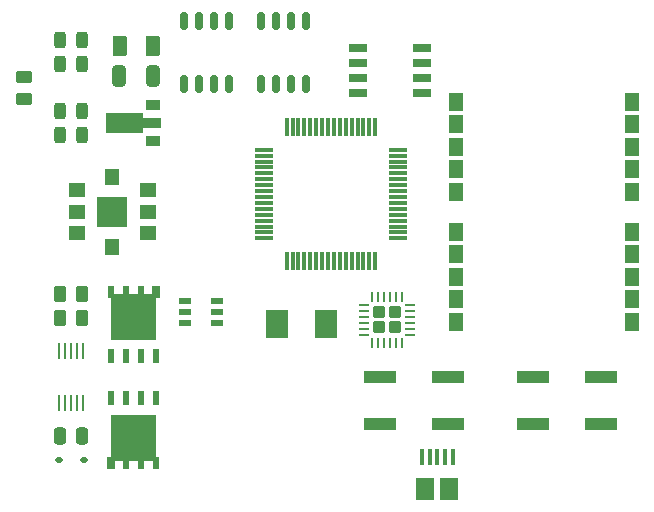
<source format=gtp>
%TF.GenerationSoftware,KiCad,Pcbnew,7.0.2*%
%TF.CreationDate,2023-11-21T14:40:01-06:00*%
%TF.ProjectId,LeaderSOM,4c656164-6572-4534-9f4d-2e6b69636164,rev?*%
%TF.SameCoordinates,Original*%
%TF.FileFunction,Paste,Top*%
%TF.FilePolarity,Positive*%
%FSLAX46Y46*%
G04 Gerber Fmt 4.6, Leading zero omitted, Abs format (unit mm)*
G04 Created by KiCad (PCBNEW 7.0.2) date 2023-11-21 14:40:01*
%MOMM*%
%LPD*%
G01*
G04 APERTURE LIST*
G04 Aperture macros list*
%AMRoundRect*
0 Rectangle with rounded corners*
0 $1 Rounding radius*
0 $2 $3 $4 $5 $6 $7 $8 $9 X,Y pos of 4 corners*
0 Add a 4 corners polygon primitive as box body*
4,1,4,$2,$3,$4,$5,$6,$7,$8,$9,$2,$3,0*
0 Add four circle primitives for the rounded corners*
1,1,$1+$1,$2,$3*
1,1,$1+$1,$4,$5*
1,1,$1+$1,$6,$7*
1,1,$1+$1,$8,$9*
0 Add four rect primitives between the rounded corners*
20,1,$1+$1,$2,$3,$4,$5,0*
20,1,$1+$1,$4,$5,$6,$7,0*
20,1,$1+$1,$6,$7,$8,$9,0*
20,1,$1+$1,$8,$9,$2,$3,0*%
%AMFreePoly0*
4,1,9,3.810000,0.150000,0.305000,0.150000,0.305000,-0.510000,-0.305000,-0.510000,-0.305000,0.510000,0.000000,0.510000,0.000000,4.060000,3.810000,4.060000,3.810000,0.150000,3.810000,0.150000,$1*%
%AMFreePoly1*
4,1,9,3.862500,-0.866500,0.737500,-0.866500,0.737500,-0.450000,-0.737500,-0.450000,-0.737500,0.450000,0.737500,0.450000,0.737500,0.866500,3.862500,0.866500,3.862500,-0.866500,3.862500,-0.866500,$1*%
G04 Aperture macros list end*
%ADD10RoundRect,0.150000X0.150000X-0.625000X0.150000X0.625000X-0.150000X0.625000X-0.150000X-0.625000X0*%
%ADD11R,0.279400X1.358900*%
%ADD12R,1.257300X1.549400*%
%ADD13R,1.350000X1.200000*%
%ADD14R,1.200000X1.350000*%
%ADD15R,2.600000X2.600000*%
%ADD16R,0.610000X1.270000*%
%ADD17FreePoly0,180.000000*%
%ADD18R,0.610000X1.020000*%
%ADD19R,2.750000X1.000000*%
%ADD20RoundRect,0.250000X0.275000X-0.275000X0.275000X0.275000X-0.275000X0.275000X-0.275000X-0.275000X0*%
%ADD21RoundRect,0.062500X0.062500X-0.350000X0.062500X0.350000X-0.062500X0.350000X-0.062500X-0.350000X0*%
%ADD22RoundRect,0.062500X0.350000X-0.062500X0.350000X0.062500X-0.350000X0.062500X-0.350000X-0.062500X0*%
%ADD23RoundRect,0.243750X-0.243750X-0.456250X0.243750X-0.456250X0.243750X0.456250X-0.243750X0.456250X0*%
%ADD24RoundRect,0.250000X0.262500X0.450000X-0.262500X0.450000X-0.262500X-0.450000X0.262500X-0.450000X0*%
%ADD25RoundRect,0.112500X-0.187500X-0.112500X0.187500X-0.112500X0.187500X0.112500X-0.187500X0.112500X0*%
%ADD26R,0.400000X1.350000*%
%ADD27R,1.500000X1.900000*%
%ADD28RoundRect,0.243750X0.243750X0.456250X-0.243750X0.456250X-0.243750X-0.456250X0.243750X-0.456250X0*%
%ADD29RoundRect,0.250000X0.250000X0.475000X-0.250000X0.475000X-0.250000X-0.475000X0.250000X-0.475000X0*%
%ADD30R,1.528000X0.650000*%
%ADD31RoundRect,0.250000X0.450000X-0.262500X0.450000X0.262500X-0.450000X0.262500X-0.450000X-0.262500X0*%
%ADD32R,1.300000X0.900000*%
%ADD33FreePoly1,180.000000*%
%ADD34RoundRect,0.250000X0.325000X0.650000X-0.325000X0.650000X-0.325000X-0.650000X0.325000X-0.650000X0*%
%ADD35R,1.900000X2.400000*%
%ADD36FreePoly0,0.000000*%
%ADD37RoundRect,0.250000X-0.262500X-0.450000X0.262500X-0.450000X0.262500X0.450000X-0.262500X0.450000X0*%
%ADD38RoundRect,0.075000X0.075000X-0.700000X0.075000X0.700000X-0.075000X0.700000X-0.075000X-0.700000X0*%
%ADD39RoundRect,0.075000X0.700000X-0.075000X0.700000X0.075000X-0.700000X0.075000X-0.700000X-0.075000X0*%
%ADD40R,1.003300X0.558800*%
%ADD41RoundRect,0.250000X0.375000X0.625000X-0.375000X0.625000X-0.375000X-0.625000X0.375000X-0.625000X0*%
G04 APERTURE END LIST*
D10*
X112095000Y-63175000D03*
X113365000Y-63175000D03*
X114635000Y-63175000D03*
X115905000Y-63175000D03*
X115905000Y-57825000D03*
X114635000Y-57825000D03*
X113365000Y-57825000D03*
X112095000Y-57825000D03*
D11*
X101499999Y-90203450D03*
X102000001Y-90203450D03*
X102500000Y-90203450D03*
X102999999Y-90203450D03*
X103500001Y-90203450D03*
X103500001Y-85796550D03*
X102999999Y-85796550D03*
X102500000Y-85796550D03*
X102000001Y-85796550D03*
X101499999Y-85796550D03*
D12*
X149948550Y-83300000D03*
X149948550Y-81399999D03*
X149948550Y-79500000D03*
X149948550Y-77600001D03*
X149948550Y-75700000D03*
X135051450Y-75700000D03*
X135051450Y-77600001D03*
X135051450Y-79500000D03*
X135051450Y-81399999D03*
X135051450Y-83300000D03*
D13*
X103025000Y-72200000D03*
X103025000Y-74000000D03*
X103025000Y-75800000D03*
D14*
X106000000Y-76975000D03*
D13*
X108975000Y-75800000D03*
X108975000Y-74000000D03*
X108975000Y-72200000D03*
D14*
X106000000Y-71025000D03*
D15*
X106000000Y-74000000D03*
D16*
X105861130Y-86232500D03*
X107131130Y-86232500D03*
X108401130Y-86232500D03*
X109671130Y-86232500D03*
D17*
X109671130Y-80767500D03*
D18*
X108401130Y-80767500D03*
X107131130Y-80767500D03*
X105861130Y-80767500D03*
D19*
X141625000Y-88000000D03*
X147375000Y-88000000D03*
X141625000Y-92000000D03*
X147375000Y-92000000D03*
D20*
X128600000Y-83800000D03*
X129900000Y-83800000D03*
X128600000Y-82500000D03*
X129900000Y-82500000D03*
D21*
X128000000Y-85087500D03*
X128500000Y-85087500D03*
X129000000Y-85087500D03*
X129500000Y-85087500D03*
X130000000Y-85087500D03*
X130500000Y-85087500D03*
D22*
X131187500Y-84400000D03*
X131187500Y-83900000D03*
X131187500Y-83400000D03*
X131187500Y-82900000D03*
X131187500Y-82400000D03*
X131187500Y-81900000D03*
D21*
X130500000Y-81212500D03*
X130000000Y-81212500D03*
X129500000Y-81212500D03*
X129000000Y-81212500D03*
X128500000Y-81212500D03*
X128000000Y-81212500D03*
D22*
X127312500Y-81900000D03*
X127312500Y-82400000D03*
X127312500Y-82900000D03*
X127312500Y-83400000D03*
X127312500Y-83900000D03*
X127312500Y-84400000D03*
D23*
X101562500Y-67500000D03*
X103437500Y-67500000D03*
D24*
X103412500Y-81000000D03*
X101587500Y-81000000D03*
D12*
X149948550Y-72300000D03*
X149948550Y-70399999D03*
X149948550Y-68500000D03*
X149948550Y-66600001D03*
X149948550Y-64700000D03*
X135051450Y-64700000D03*
X135051450Y-66600001D03*
X135051450Y-68500000D03*
X135051450Y-70399999D03*
X135051450Y-72300000D03*
D10*
X118595000Y-63175000D03*
X119865000Y-63175000D03*
X121135000Y-63175000D03*
X122405000Y-63175000D03*
X122405000Y-57825000D03*
X121135000Y-57825000D03*
X119865000Y-57825000D03*
X118595000Y-57825000D03*
D19*
X128625000Y-88000000D03*
X134375000Y-88000000D03*
X128625000Y-92000000D03*
X134375000Y-92000000D03*
D25*
X101450000Y-95000000D03*
X103550000Y-95000000D03*
D26*
X132200000Y-94737500D03*
X132850000Y-94737500D03*
X133500000Y-94737500D03*
X134150000Y-94737500D03*
X134800000Y-94737500D03*
D27*
X132500000Y-97437500D03*
X134500000Y-97437500D03*
D28*
X103437500Y-59500000D03*
X101562500Y-59500000D03*
D23*
X101562500Y-65500000D03*
X103437500Y-65500000D03*
D29*
X103450000Y-93000000D03*
X101550000Y-93000000D03*
D30*
X126789000Y-60095000D03*
X126789000Y-61365000D03*
X126789000Y-62635000D03*
X126789000Y-63905000D03*
X132211000Y-63905000D03*
X132211000Y-62635000D03*
X132211000Y-61365000D03*
X132211000Y-60095000D03*
D31*
X98500000Y-64412500D03*
X98500000Y-62587500D03*
D32*
X109450000Y-68000000D03*
D33*
X109362500Y-66500000D03*
D32*
X109450000Y-65000000D03*
D23*
X101562500Y-61500000D03*
X103437500Y-61500000D03*
D34*
X109475000Y-62499999D03*
X106525000Y-62499999D03*
D35*
X119950000Y-83500000D03*
X124050000Y-83500000D03*
D16*
X109671130Y-89767500D03*
X108401130Y-89767500D03*
X107131130Y-89767500D03*
X105861130Y-89767500D03*
D36*
X105861130Y-95232500D03*
D18*
X107131130Y-95232500D03*
X108401130Y-95232500D03*
X109671130Y-95232500D03*
D37*
X101587500Y-83000000D03*
X103412500Y-83000000D03*
D38*
X120750000Y-78175000D03*
X121250000Y-78175000D03*
X121750000Y-78175000D03*
X122250000Y-78175000D03*
X122750000Y-78175000D03*
X123250000Y-78175000D03*
X123750000Y-78175000D03*
X124250000Y-78175000D03*
X124750000Y-78175000D03*
X125250000Y-78175000D03*
X125750000Y-78175000D03*
X126250000Y-78175000D03*
X126750000Y-78175000D03*
X127250000Y-78175000D03*
X127750000Y-78175000D03*
X128250000Y-78175000D03*
D39*
X130175000Y-76250000D03*
X130175000Y-75750000D03*
X130175000Y-75250000D03*
X130175000Y-74750000D03*
X130175000Y-74250000D03*
X130175000Y-73750000D03*
X130175000Y-73250000D03*
X130175000Y-72750000D03*
X130175000Y-72250000D03*
X130175000Y-71750000D03*
X130175000Y-71250000D03*
X130175000Y-70750000D03*
X130175000Y-70250000D03*
X130175000Y-69750000D03*
X130175000Y-69250000D03*
X130175000Y-68750000D03*
D38*
X128250000Y-66825000D03*
X127750000Y-66825000D03*
X127250000Y-66825000D03*
X126750000Y-66825000D03*
X126250000Y-66825000D03*
X125750000Y-66825000D03*
X125250000Y-66825000D03*
X124750000Y-66825000D03*
X124250000Y-66825000D03*
X123750000Y-66825000D03*
X123250000Y-66825000D03*
X122750000Y-66825000D03*
X122250000Y-66825000D03*
X121750000Y-66825000D03*
X121250000Y-66825000D03*
X120750000Y-66825000D03*
D39*
X118825000Y-68750000D03*
X118825000Y-69250000D03*
X118825000Y-69750000D03*
X118825000Y-70250000D03*
X118825000Y-70750000D03*
X118825000Y-71250000D03*
X118825000Y-71750000D03*
X118825000Y-72250000D03*
X118825000Y-72750000D03*
X118825000Y-73250000D03*
X118825000Y-73750000D03*
X118825000Y-74250000D03*
X118825000Y-74750000D03*
X118825000Y-75250000D03*
X118825000Y-75750000D03*
X118825000Y-76250000D03*
D40*
X114852550Y-83450001D03*
X114852550Y-82500000D03*
X114852550Y-81549999D03*
X112147450Y-81549999D03*
X112147450Y-82500000D03*
X112147450Y-83450001D03*
D41*
X109400000Y-60000000D03*
X106600000Y-60000000D03*
M02*

</source>
